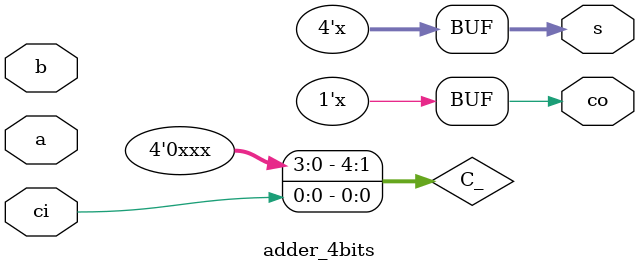
<source format=v>
module adder_4bits(a, b, s, ci, co);
	
	input [3:0] a, b;
	input ci;
	output reg [3:0] s;
	output reg co;
	
	reg [3:0] G, P;
	reg [4:0] C, C_;
	
	always@(*)
	begin
		G <= a & b;
		P <= a | b;
		C[0] <= G[0] | P[0]&ci;
		C[1] <= G[1] | P[1]&G[0] | P[1]&P[0]&ci;
		C[2] <= G[2] | P[2]&G[1] | P[2]&P[1]&G[0] | P[2]&P[1]&P[0]&ci;
		C[3] <= G[3] | P[3]&G[2] | P[3]&P[2]&G[1] | P[3]&P[2]&P[1]&G[0] | P[3]&P[2]&P[1]&P[0]&ci;
		C_ <= {C[2],C[1],C[0],ci};
		s <= P&~G^C_;
		co <= C[3];
	end
endmodule
	
</source>
